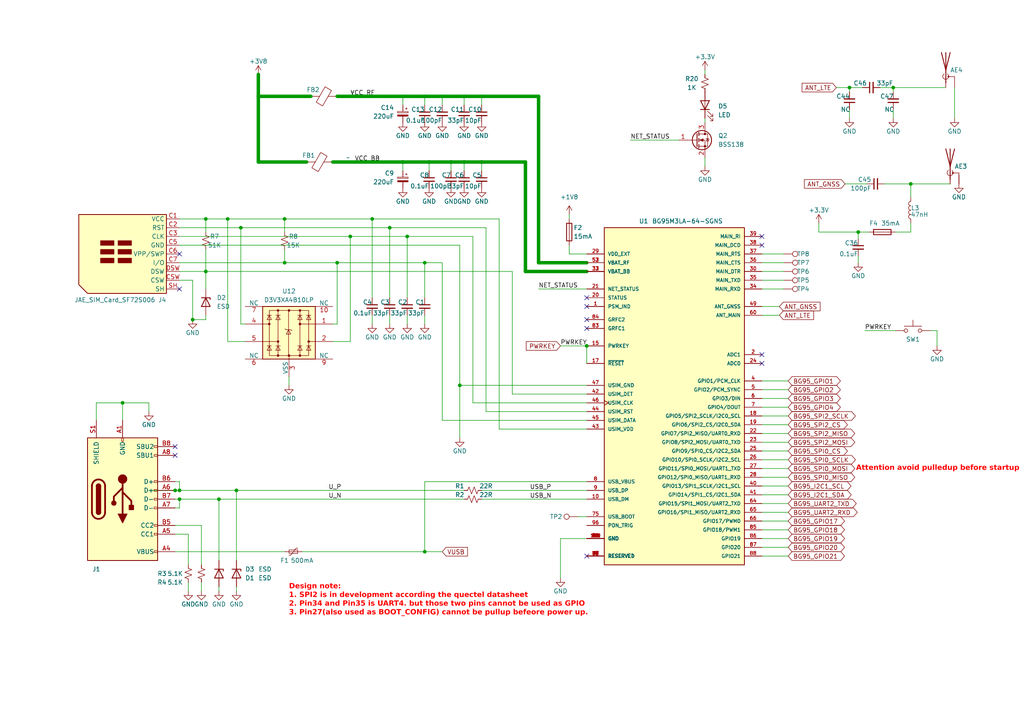
<source format=kicad_sch>
(kicad_sch (version 20230121) (generator eeschema)
  (paper "A4")
  (lib_symbols
    (symbol "C_Small_1" (pin_numbers hide) (pin_names (offset 0.254))
      (property "Reference" "C" (at 0.254 1.778 0))
      (property "Value" "C_Small" (at 0.254 -2.032 0))
      (symbol "C_Small_1_1_1"
        (pin passive line (at 0 2.54 270) (length 2.032) (name "~") (number "1"))
        (pin passive line (at 0 -2.54 90) (length 2.032) (name "~") (number "2"))
      )
    )
    (symbol "Connector:JAE_SIM_Card_SF72S006"
      (property "Reference" "J" (at 5.08 12.7 0))
      (property "Value" "JAE_SIM_Card_SF72S006" (at 30.48 12.7 0))
      (symbol "JAE_SIM_Card_SF72S006_1_1"
        (pin power_in line (at 0 10.16 0) (length 3.81) (name "VCC") (number "C1"))
        (pin input line (at 0 7.62 0) (length 3.81) (name "RST") (number "C2"))
        (pin input line (at 0 5.08 0) (length 3.81) (name "CLK") (number "C3"))
        (pin power_in line (at 0 2.54 0) (length 3.81) (name "GND") (number "C5"))
        (pin bidirectional line (at 0 0 0) (length 3.81) (name "VPP/SWP") (number "C6"))
        (pin bidirectional line (at 0 -2.54 0) (length 3.81) (name "I/O") (number "C7"))
        (pin passive line (at 0 -7.62 0) (length 3.81) (name "CSW") (number "CSW"))
        (pin passive line (at 0 -5.08 0) (length 3.81) (name "DSW") (number "DSW"))
        (pin passive line (at 0 -10.16 0) (length 3.81) (name "SH") (number "SH"))
      )
    )
    (symbol "Connector:TestPoint" (pin_numbers hide) (pin_names (offset 0.762) hide)
      (property "Reference" "TP" (at 0 6.858 0))
      (property "Value" "TestPoint" (at 0 5.08 0))
      (symbol "TestPoint_1_1"
        (pin passive line (at 0 0 90) (length 2.54) (name "1") (number "1"))
      )
    )
    (symbol "Connector:USB_C_Receptacle_USB2.0" (pin_names (offset 1.016))
      (property "Reference" "J" (at -10.16 19.05 0))
      (property "Value" "USB_C_Receptacle_USB2.0" (at 19.05 19.05 0))
      (symbol "USB_C_Receptacle_USB2.0_1_1"
        (pin passive line (at 0 -22.86 90) (length 5.08) (name "GND") (number "A1"))
        (pin passive line (at 0 -22.86 90) (length 5.08) hide (name "GND") (number "A12"))
        (pin passive line (at 15.24 15.24 180) (length 5.08) (name "VBUS") (number "A4"))
        (pin bidirectional line (at 15.24 10.16 180) (length 5.08) (name "CC1") (number "A5"))
        (pin bidirectional line (at 15.24 -2.54 180) (length 5.08) (name "D+") (number "A6"))
        (pin bidirectional line (at 15.24 2.54 180) (length 5.08) (name "D-") (number "A7"))
        (pin bidirectional line (at 15.24 -12.7 180) (length 5.08) (name "SBU1") (number "A8"))
        (pin passive line (at 15.24 15.24 180) (length 5.08) hide (name "VBUS") (number "A9"))
        (pin passive line (at 0 -22.86 90) (length 5.08) hide (name "GND") (number "B1"))
        (pin passive line (at 0 -22.86 90) (length 5.08) hide (name "GND") (number "B12"))
        (pin passive line (at 15.24 15.24 180) (length 5.08) hide (name "VBUS") (number "B4"))
        (pin bidirectional line (at 15.24 7.62 180) (length 5.08) (name "CC2") (number "B5"))
        (pin bidirectional line (at 15.24 -5.08 180) (length 5.08) (name "D+") (number "B6"))
        (pin bidirectional line (at 15.24 0 180) (length 5.08) (name "D-") (number "B7"))
        (pin bidirectional line (at 15.24 -15.24 180) (length 5.08) (name "SBU2") (number "B8"))
        (pin passive line (at 15.24 15.24 180) (length 5.08) hide (name "VBUS") (number "B9"))
        (pin passive line (at -7.62 -22.86 90) (length 5.08) (name "SHIELD") (number "S1"))
      )
    )
    (symbol "Device:Antenna_Shield" (pin_numbers hide) (pin_names (offset 1.016) hide)
      (property "Reference" "AE" (at -1.905 4.445 0))
      (property "Value" "Antenna_Shield" (at -1.905 2.54 0))
      (symbol "Antenna_Shield_1_1"
        (pin input line (at 0 -5.08 90) (length 2.54) (name "A") (number "1"))
        (pin input line (at 2.54 -5.08 90) (length 2.54) (name "Shield") (number "2"))
      )
    )
    (symbol "Device:C_Polarized_Small" (pin_numbers hide) (pin_names (offset 0.254) hide)
      (property "Reference" "C" (at 0.254 1.778 0))
      (property "Value" "C_Polarized_Small" (at 0.254 -2.032 0))
      (symbol "C_Polarized_Small_1_1"
        (pin passive line (at 0 2.54 270) (length 1.8542) (name "~") (number "1"))
        (pin passive line (at 0 -2.54 90) (length 1.8542) (name "~") (number "2"))
      )
    )
    (symbol "Device:C_Small" (pin_numbers hide) (pin_names (offset 0.254) hide)
      (property "Reference" "C" (at 0.254 1.778 0))
      (property "Value" "C_Small" (at 0.254 -2.032 0))
      (symbol "C_Small_1_1"
        (pin passive line (at 0 2.54 270) (length 2.032) (name "~") (number "1"))
        (pin passive line (at 0 -2.54 90) (length 2.032) (name "~") (number "2"))
      )
    )
    (symbol "Device:FerriteBead" (pin_numbers hide) (pin_names (offset 0))
      (property "Reference" "FB" (at -3.81 0.635 90))
      (property "Value" "FerriteBead" (at 3.81 0 90))
      (symbol "FerriteBead_1_1"
        (pin passive line (at 0 3.81 270) (length 2.54) (name "~") (number "1"))
        (pin passive line (at 0 -3.81 90) (length 2.54) (name "~") (number "2"))
      )
    )
    (symbol "Device:Fuse" (pin_numbers hide) (pin_names (offset 0))
      (property "Reference" "F" (at 2.032 0 90))
      (property "Value" "Fuse" (at -1.905 0 90))
      (symbol "Fuse_1_1"
        (pin passive line (at 0 3.81 270) (length 1.27) (name "~") (number "1"))
        (pin passive line (at 0 -3.81 90) (length 1.27) (name "~") (number "2"))
      )
    )
    (symbol "Device:L" (pin_numbers hide) (pin_names (offset 1.016) hide)
      (property "Reference" "L" (at -1.27 0 90))
      (property "Value" "L" (at 1.905 0 90))
      (symbol "L_1_1"
        (pin passive line (at 0 3.81 270) (length 1.27) (name "1") (number "1"))
        (pin passive line (at 0 -3.81 90) (length 1.27) (name "2") (number "2"))
      )
    )
    (symbol "Device:LED" (pin_numbers hide) (pin_names (offset 1.016) hide)
      (property "Reference" "D" (at 0 2.54 0))
      (property "Value" "LED" (at 0 -2.54 0))
      (symbol "LED_1_1"
        (pin passive line (at -3.81 0 0) (length 2.54) (name "K") (number "1"))
        (pin passive line (at 3.81 0 180) (length 2.54) (name "A") (number "2"))
      )
    )
    (symbol "Device:Polyfuse_Small" (pin_numbers hide) (pin_names (offset 0))
      (property "Reference" "F" (at -1.905 0 90))
      (property "Value" "Polyfuse_Small" (at 1.905 0 90))
      (symbol "Polyfuse_Small_1_1"
        (pin passive line (at 0 2.54 270) (length 0.635) (name "~") (number "1"))
        (pin passive line (at 0 -2.54 90) (length 0.635) (name "~") (number "2"))
      )
    )
    (symbol "Device:R_Small_US" (pin_numbers hide) (pin_names (offset 0.254) hide)
      (property "Reference" "R" (at 0.762 0.508 0))
      (property "Value" "R_Small_US" (at 0.762 -1.016 0))
      (symbol "R_Small_US_1_1"
        (pin passive line (at 0 2.54 270) (length 1.016) (name "~") (number "1"))
        (pin passive line (at 0 -2.54 90) (length 1.016) (name "~") (number "2"))
      )
    )
    (symbol "Diode:ESD5Zxx" (pin_numbers hide) (pin_names hide)
      (property "Reference" "D" (at 0 2.54 0))
      (property "Value" "ESD5Zxx" (at 0 -2.54 0))
      (symbol "ESD5Zxx_1_1"
        (pin passive line (at -3.81 0 0) (length 2.54) (name "K") (number "1"))
        (pin passive line (at 3.81 0 180) (length 2.54) (name "A") (number "2"))
      )
    )
    (symbol "Power_Protection:D3V3XA4B10LP" (pin_names (offset 0))
      (property "Reference" "U" (at -0.635 8.89 0))
      (property "Value" "D3V3XA4B10LP" (at 8.89 -10.16 0))
      (symbol "D3V3XA4B10LP_1_1"
        (pin passive line (at -12.7 2.54 0) (length 5.08) (name "~") (number "1"))
        (pin free line (at -12.7 7.62 0) (length 5.08) (name "NC") (number "10"))
        (pin passive line (at -12.7 -2.54 0) (length 5.08) (name "~") (number "2"))
        (pin power_in line (at 0 -12.7 90) (length 5.08) (name "VSS") (number "3"))
        (pin passive line (at 12.7 2.54 180) (length 5.08) (name "~") (number "4"))
        (pin passive line (at 12.7 -2.54 180) (length 5.08) (name "~") (number "5"))
        (pin free line (at 12.7 -7.62 180) (length 5.08) (name "NC") (number "6"))
        (pin free line (at 12.7 7.62 180) (length 5.08) (name "NC") (number "7"))
        (pin passive line (at 0 -12.7 90) (length 5.08) hide (name "VSS") (number "8"))
        (pin free line (at -12.7 -7.62 0) (length 5.08) (name "NC") (number "9"))
      )
    )
    (symbol "Switch:SW_Omron_B3FS" (pin_numbers hide) (pin_names (offset 1.016) hide)
      (property "Reference" "SW" (at 1.27 2.54 0))
      (property "Value" "SW_Omron_B3FS" (at 0 -1.524 0))
      (symbol "SW_Omron_B3FS_0_1"
        (pin passive line (at -5.08 0 0) (length 2.54) (name "1") (number "1"))
        (pin passive line (at 5.08 0 180) (length 2.54) (name "2") (number "2"))
      )
    )
    (symbol "Transistor_FET:BSS138" (pin_names hide)
      (property "Reference" "Q" (at 5.08 1.905 0))
      (property "Value" "BSS138" (at 5.08 0 0))
      (symbol "BSS138_1_1"
        (pin input line (at -5.08 0 0) (length 2.54) (name "G") (number "1"))
        (pin passive line (at 2.54 -5.08 90) (length 2.54) (name "S") (number "2"))
        (pin passive line (at 2.54 5.08 270) (length 2.54) (name "D") (number "3"))
      )
    )
    (symbol "mylib:BG95M3LA-64-SGNS" (pin_names (offset 1.016))
      (property "Reference" "U1" (at -8.89 46.99 0))
      (property "Value" "BG95M3LA-64-SGNS" (at -8.89 44.45 0))
      (symbol "BG95M3LA-64-SGNS_0_0"
        (pin output line (at -25.4 19.05 0) (length 5.08) (name "PSM_IND") (number "1"))
        (pin bidirectional line (at -25.4 -36.83 0) (length 5.08) (name "USB_DM") (number "10"))
        (pin power_in line (at -25.4 -48.26 0) (length 5.08) (name "GND") (number "100"))
        (pin power_in line (at -25.4 -48.26 0) (length 5.08) (name "GND") (number "101"))
        (pin power_in line (at -25.4 -48.26 0) (length 5.08) (name "GND") (number "102"))
        (pin passive line (at -25.4 -53.34 0) (length 5.08) (name "RESERVED") (number "11"))
        (pin passive line (at -25.4 -53.34 0) (length 5.08) (name "RESERVED") (number "12"))
        (pin passive line (at -25.4 -53.34 0) (length 5.08) (name "RESERVED") (number "13"))
        (pin passive line (at -25.4 -53.34 0) (length 5.08) (name "RESERVED") (number "14"))
        (pin input line (at -25.4 7.62 0) (length 5.08) (name "PWRKEY") (number "15"))
        (pin passive line (at -25.4 -53.34 0) (length 5.08) (name "RESERVED") (number "16"))
        (pin input line (at -25.4 2.54 0) (length 5.08) (name "~{RESET}") (number "17"))
        (pin input line (at 25.4 5.08 180) (length 5.08) (name "ADC1") (number "2"))
        (pin output line (at -25.4 21.59 0) (length 5.08) (name "STATUS") (number "20"))
        (pin output line (at -25.4 24.13 0) (length 5.08) (name "NET_STATUS") (number "21"))
        (pin input line (at 25.4 2.54 180) (length 5.08) (name "ADC0") (number "24"))
        (pin power_in line (at -25.4 34.29 0) (length 5.08) (name "VDD_EXT") (number "29"))
        (pin power_in line (at -25.4 -48.26 0) (length 5.08) (name "GND") (number "3"))
        (pin input line (at 25.4 29.21 180) (length 5.08) (name "MAIN_DTR") (number "30"))
        (pin power_in line (at -25.4 -48.26 0) (length 5.08) (name "GND") (number "31"))
        (pin power_in line (at -25.4 29.21 0) (length 5.08) (name "VBAT_BB") (number "32"))
        (pin power_in line (at -25.4 29.21 0) (length 5.08) (name "VBAT_BB") (number "33"))
        (pin input line (at 25.4 24.13 180) (length 5.08) (name "MAIN_RXD") (number "34"))
        (pin output line (at 25.4 26.67 180) (length 5.08) (name "MAIN_TXD") (number "35"))
        (pin output line (at 25.4 31.75 180) (length 5.08) (name "MAIN_CTS") (number "36"))
        (pin input line (at 25.4 34.29 180) (length 5.08) (name "MAIN_RTS") (number "37"))
        (pin output line (at 25.4 36.83 180) (length 5.08) (name "MAIN_DCD") (number "38"))
        (pin output line (at 25.4 39.37 180) (length 5.08) (name "MAIN_RI") (number "39"))
        (pin input line (at -25.4 -6.35 0) (length 5.08) (name "USIM_DET") (number "42"))
        (pin power_in line (at -25.4 -16.51 0) (length 5.08) (name "USIM_VDD") (number "43"))
        (pin output line (at -25.4 -11.43 0) (length 5.08) (name "USIM_RST") (number "44"))
        (pin bidirectional line (at -25.4 -13.97 0) (length 5.08) (name "USIM_DATA") (number "45"))
        (pin output clock (at -25.4 -8.89 0) (length 5.08) (name "USIM_CLK") (number "46"))
        (pin power_in line (at -25.4 -3.81 0) (length 5.08) (name "USIM_GND") (number "47"))
        (pin power_in line (at -25.4 -48.26 0) (length 5.08) (name "GND") (number "48"))
        (pin input line (at 25.4 19.05 180) (length 5.08) (name "ANT_GNSS") (number "49"))
        (pin power_in line (at -25.4 -48.26 0) (length 5.08) (name "GND") (number "50"))
        (pin passive line (at -25.4 -53.34 0) (length 5.08) (name "RESERVED") (number "51"))
        (pin power_in line (at -25.4 31.75 0) (length 5.08) (name "VBAT_RF") (number "52"))
        (pin power_in line (at -25.4 31.75 0) (length 5.08) (name "VBAT_RF") (number "53"))
        (pin power_in line (at -25.4 -48.26 0) (length 5.08) (name "GND") (number "54"))
        (pin power_in line (at -25.4 -48.26 0) (length 5.08) (name "GND") (number "55"))
        (pin passive line (at -25.4 -53.34 0) (length 5.08) (name "RESERVED") (number "56"))
        (pin passive line (at -25.4 -53.34 0) (length 5.08) (name "RESERVED") (number "57"))
        (pin power_in line (at -25.4 -48.26 0) (length 5.08) (name "GND") (number "58"))
        (pin power_in line (at -25.4 -48.26 0) (length 5.08) (name "GND") (number "59"))
        (pin bidirectional line (at 25.4 16.51 180) (length 5.08) (name "ANT_MAIN") (number "60"))
        (pin power_in line (at -25.4 -48.26 0) (length 5.08) (name "GND") (number "61"))
        (pin power_in line (at -25.4 -48.26 0) (length 5.08) (name "GND") (number "62"))
        (pin passive line (at -25.4 -53.34 0) (length 5.08) (name "RESERVED") (number "63"))
        (pin power_in line (at -25.4 -48.26 0) (length 5.08) (name "GND") (number "67"))
        (pin power_in line (at -25.4 -48.26 0) (length 5.08) (name "GND") (number "68"))
        (pin power_in line (at -25.4 -48.26 0) (length 5.08) (name "GND") (number "69"))
        (pin power_in line (at -25.4 -48.26 0) (length 5.08) (name "GND") (number "70"))
        (pin power_in line (at -25.4 -48.26 0) (length 5.08) (name "GND") (number "71"))
        (pin power_in line (at -25.4 -48.26 0) (length 5.08) (name "GND") (number "72"))
        (pin power_in line (at -25.4 -48.26 0) (length 5.08) (name "GND") (number "73"))
        (pin power_in line (at -25.4 -48.26 0) (length 5.08) (name "GND") (number "74"))
        (pin input line (at -25.4 -41.91 0) (length 5.08) (name "USB_BOOT") (number "75"))
        (pin passive line (at -25.4 -53.34 0) (length 5.08) (name "RESERVED") (number "76"))
        (pin passive line (at -25.4 -53.34 0) (length 5.08) (name "RESERVED") (number "77"))
        (pin passive line (at -25.4 -53.34 0) (length 5.08) (name "RESERVED") (number "78"))
        (pin power_in line (at -25.4 -48.26 0) (length 5.08) (name "GND") (number "79"))
        (pin input line (at -25.4 -31.75 0) (length 5.08) (name "USB_VBUS") (number "8"))
        (pin power_in line (at -25.4 -48.26 0) (length 5.08) (name "GND") (number "80"))
        (pin power_in line (at -25.4 -48.26 0) (length 5.08) (name "GND") (number "81"))
        (pin power_in line (at -25.4 -48.26 0) (length 5.08) (name "GND") (number "82"))
        (pin output line (at -25.4 12.7 0) (length 5.08) (name "GRFC1") (number "83"))
        (pin output line (at -25.4 15.24 0) (length 5.08) (name "GRFC2") (number "84"))
        (pin power_in line (at -25.4 -48.26 0) (length 5.08) (name "GND") (number "89"))
        (pin bidirectional line (at -25.4 -34.29 0) (length 5.08) (name "USB_DP") (number "9"))
        (pin power_in line (at -25.4 -48.26 0) (length 5.08) (name "GND") (number "90"))
        (pin power_in line (at -25.4 -48.26 0) (length 5.08) (name "GND") (number "91"))
        (pin passive line (at -25.4 -53.34 0) (length 5.08) (name "RESERVED") (number "92"))
        (pin passive line (at -25.4 -53.34 0) (length 5.08) (name "RESERVED") (number "93"))
        (pin passive line (at -25.4 -53.34 0) (length 5.08) (name "RESERVED") (number "94"))
        (pin passive line (at -25.4 -53.34 0) (length 5.08) (name "RESERVED") (number "95"))
        (pin input line (at -25.4 -44.45 0) (length 5.08) (name "PON_TRIG") (number "96"))
        (pin passive line (at -25.4 -53.34 0) (length 5.08) (name "RESERVED") (number "97"))
        (pin passive line (at -25.4 -53.34 0) (length 5.08) (name "RESERVED") (number "98"))
        (pin passive line (at -25.4 -53.34 0) (length 5.08) (name "RESERVED") (number "99"))
      )
      (symbol "BG95M3LA-64-SGNS_1_0"
        (pin bidirectional line (at 25.4 -12.7 180) (length 5.08) (name "GPIO5/SPI2_SCLK/I2C0_SCL") (number "18"))
        (pin bidirectional line (at 25.4 -15.24 180) (length 5.08) (name "GPIO6/SPI2_CS/I2C0_SDA") (number "19"))
        (pin bidirectional line (at 25.4 -17.78 180) (length 5.08) (name "GPIO7/SPI2_MISO/UART0_RXD") (number "22"))
        (pin bidirectional line (at 25.4 -20.32 180) (length 5.08) (name "GPIO8/SPI2_MOSI/UART0_TXD") (number "23"))
        (pin bidirectional line (at 25.4 -22.86 180) (length 5.08) (name "GPIO9/SPI0_CS/I2C2_SDA") (number "25"))
        (pin bidirectional line (at 25.4 -25.4 180) (length 5.08) (name "GPIO10/SPI0_SCLK/I2C2_SCL") (number "26"))
        (pin bidirectional line (at 25.4 -27.94 180) (length 5.08) (name "GPIO11/SPI0_MOSI/UART1_TXD") (number "27"))
        (pin bidirectional line (at 25.4 -30.48 180) (length 5.08) (name "GPIO12/SPI0_MISO/UART1_RXD") (number "28"))
        (pin bidirectional line (at 25.4 -2.54 180) (length 5.08) (name "GPIO1/PCM_CLK") (number "4"))
        (pin bidirectional line (at 25.4 -33.02 180) (length 5.08) (name "GPIO13/SPI1_SCLK/I2C1_SCL") (number "40"))
        (pin bidirectional line (at 25.4 -35.56 180) (length 5.08) (name "GPIO14/SPI1_CS/I2C1_SDA") (number "41"))
        (pin bidirectional line (at 25.4 -5.08 180) (length 5.08) (name "GPIO2/PCM_SYNC") (number "5"))
        (pin bidirectional line (at 25.4 -7.62 180) (length 5.08) (name "GPIO3/DIN") (number "6"))
        (pin bidirectional line (at 25.4 -38.1 180) (length 5.08) (name "GPIO15/SPI1_MOSI/UART2_TXD") (number "64"))
        (pin bidirectional line (at 25.4 -40.64 180) (length 5.08) (name "GPIO16/SPI1_MISO/UART2_RXD") (number "65"))
        (pin bidirectional line (at 25.4 -43.18 180) (length 5.08) (name "GPIO17/PWM0") (number "66"))
        (pin bidirectional line (at 25.4 -10.16 180) (length 5.08) (name "GPIO4/DOUT") (number "7"))
        (pin bidirectional line (at 25.4 -45.72 180) (length 5.08) (name "GPIO18/PWM1") (number "85"))
        (pin bidirectional line (at 25.4 -48.26 180) (length 5.08) (name "GPIO19") (number "86"))
        (pin bidirectional line (at 25.4 -50.8 180) (length 5.08) (name "GPIO20") (number "87"))
        (pin bidirectional line (at 25.4 -53.34 180) (length 5.08) (name "GPIO21") (number "88"))
      )
    )
    (symbol "power:+1V8" (power) (pin_names (offset 0))
      (property "Value" "+1V8" (at 0 3.556 0))
      (symbol "+1V8_1_1"
        (pin power_in line (at 0 0 90) (length 0) hide (name "+1V8") (number "1"))
      )
    )
    (symbol "power:+3.3V" (power) (pin_names (offset 0))
      (property "Value" "+3.3V" (at 0 3.556 0))
      (symbol "+3.3V_1_1"
        (pin power_in line (at 0 0 90) (length 0) hide (name "+3.3V") (number "1"))
      )
    )
    (symbol "power:+3V8" (power) (pin_names (offset 0))
      (property "Value" "+3V8" (at 0 3.556 0))
      (symbol "+3V8_1_1"
        (pin power_in line (at 0 0 90) (length 0) hide (name "+3V8") (number "1"))
      )
    )
    (symbol "power:GND" (power) (pin_names (offset 0))
      (property "Value" "GND" (at 0 -3.81 0))
      (symbol "GND_1_1"
        (pin power_in line (at 0 0 270) (length 0) hide (name "GND") (number "1"))
      )
    )
  )
  (junction (at 134.62 27.94))
  (junction (at 139.7 46.99))
  (junction (at 139.7 27.94))
  (junction (at 69.85 66.04))
  (junction (at 123.19 160.02))
  (junction (at 101.6 68.58))
  (junction (at 59.69 78.74))
  (junction (at 123.19 27.94))
  (junction (at 134.62 46.99))
  (junction (at 35.56 116.84))
  (junction (at 97.79 76.2))
  (junction (at 259.08 25.4))
  (junction (at 74.93 27.94))
  (junction (at 107.95 63.5))
  (junction (at 66.04 63.5))
  (junction (at 124.46 46.99))
  (junction (at 52.07 144.78))
  (junction (at 59.69 63.5))
  (junction (at 116.84 27.94))
  (junction (at 50.8 142.24))
  (junction (at 116.84 46.99))
  (junction (at 248.92 67.31))
  (junction (at 68.58 142.24))
  (junction (at 133.35 111.76))
  (junction (at 55.88 92.71))
  (junction (at 82.55 63.5))
  (junction (at 130.81 46.99))
  (junction (at 113.03 66.04))
  (junction (at 170.18 100.33))
  (junction (at 264.16 53.34))
  (junction (at 63.5 144.78))
  (junction (at 246.38 25.4))
  (junction (at 118.11 68.58))
  (junction (at 123.19 76.2))
  (junction (at 52.07 142.24))
  (junction (at 82.55 76.2))
  (junction (at 128.27 27.94))
  (no_connect (at 50.8 132.08))
  (no_connect (at 50.8 129.54))
  (no_connect (at 52.07 83.82))
  (no_connect (at 170.18 95.25))
  (no_connect (at 220.98 68.58))
  (no_connect (at 170.18 92.71))
  (no_connect (at 220.98 102.87))
  (no_connect (at 220.98 105.41))
  (no_connect (at 170.18 88.9))
  (no_connect (at 52.07 73.66))
  (no_connect (at 170.18 86.36))
  (no_connect (at 170.18 161.29))
  (no_connect (at 220.98 71.12))
  (wire (pts (xy 220.98 125.73) (xy 228.6 125.73)))
  (wire (pts (xy 59.69 63.5) (xy 59.69 67.31)))
  (wire (pts (xy 50.8 144.78) (xy 52.07 144.78)))
  (wire (pts (xy 134.62 46.99) (xy 134.62 49.53)))
  (wire (pts (xy 107.95 91.44) (xy 107.95 93.98)))
  (wire (pts (xy 113.03 91.44) (xy 113.03 93.98)))
  (wire (pts (xy 50.8 152.4) (xy 58.42 152.4)))
  (wire (pts (xy 220.98 115.57) (xy 228.6 115.57)))
  (wire (pts (xy 113.03 66.04) (xy 140.97 66.04)))
  (wire (pts (xy 227.33 76.2) (xy 220.98 76.2)))
  (wire (pts (xy 220.98 151.13) (xy 228.6 151.13)))
  (wire (pts (xy 250.825 95.885) (xy 259.715 95.885)))
  (wire (pts (xy 82.55 63.5) (xy 82.55 67.31)))
  (wire (pts (xy 82.55 72.39) (xy 82.55 76.2)))
  (wire (pts (xy 71.12 93.98) (xy 69.85 93.98)))
  (wire (pts (xy 237.49 67.31) (xy 248.92 67.31)))
  (wire (pts (xy 204.47 48.26) (xy 204.47 45.72)))
  (wire (pts (xy 204.47 20.32) (xy 204.47 21.59)))
  (wire (pts (xy 52.07 71.12) (xy 133.35 71.12)))
  (wire (pts (xy 248.92 67.31) (xy 248.92 69.215)))
  (wire (pts (xy 52.07 68.58) (xy 101.6 68.58)))
  (wire (pts (xy 52.07 66.04) (xy 69.85 66.04)))
  (wire (pts (xy 35.56 116.84) (xy 35.56 121.92)))
  (wire (pts (xy 227.33 83.82) (xy 220.98 83.82)))
  (wire (pts (xy 124.46 46.99) (xy 124.46 49.53)))
  (wire (pts (xy 128.27 27.94) (xy 123.19 27.94)) (stroke (width 1)))
  (wire (pts (xy 133.35 111.76) (xy 133.35 127)))
  (wire (pts (xy 139.7 46.99) (xy 152.4 46.99)) (stroke (width 1)))
  (wire (pts (xy 55.88 81.28) (xy 55.88 92.71)))
  (wire (pts (xy 148.59 78.74) (xy 59.69 78.74)))
  (wire (pts (xy 242.57 25.4) (xy 246.38 25.4)))
  (wire (pts (xy 123.19 76.2) (xy 128.27 76.2)))
  (wire (pts (xy 83.82 111.76) (xy 83.82 109.22)))
  (wire (pts (xy 220.98 128.27) (xy 228.6 128.27)))
  (wire (pts (xy 134.62 27.94) (xy 134.62 30.48)))
  (wire (pts (xy 220.98 138.43) (xy 228.6 138.43)))
  (wire (pts (xy 128.27 76.2) (xy 128.27 121.92)))
  (wire (pts (xy 63.5 144.78) (xy 63.5 162.56)))
  (wire (pts (xy 256.54 53.34) (xy 264.16 53.34)))
  (wire (pts (xy 204.47 34.29) (xy 204.47 35.56)))
  (wire (pts (xy 27.94 121.92) (xy 27.94 116.84)))
  (wire (pts (xy 139.7 27.94) (xy 134.62 27.94)) (stroke (width 1)))
  (wire (pts (xy 128.27 27.94) (xy 128.27 30.48)))
  (wire (pts (xy 133.35 71.12) (xy 133.35 111.76)))
  (wire (pts (xy 220.98 156.21) (xy 228.6 156.21)))
  (wire (pts (xy 156.21 76.2) (xy 170.18 76.2)) (stroke (width 1)))
  (wire (pts (xy 123.19 86.36) (xy 123.19 76.2)))
  (wire (pts (xy 43.18 142.24) (xy 50.8 142.24)))
  (wire (pts (xy 220.98 130.81) (xy 228.6 130.81)))
  (wire (pts (xy 54.61 171.45) (xy 54.61 168.91)))
  (wire (pts (xy 116.84 27.94) (xy 97.79 27.94)) (stroke (width 1)))
  (wire (pts (xy 162.56 156.21) (xy 162.56 167.64)))
  (wire (pts (xy 220.98 161.29) (xy 228.6 161.29)))
  (wire (pts (xy 165.1 62.23) (xy 165.1 63.5)))
  (wire (pts (xy 59.69 78.74) (xy 52.07 78.74)))
  (wire (pts (xy 123.19 27.94) (xy 123.19 30.48)))
  (wire (pts (xy 246.38 25.4) (xy 246.38 26.67)))
  (wire (pts (xy 220.98 118.11) (xy 228.6 118.11)))
  (wire (pts (xy 52.07 76.2) (xy 82.55 76.2)))
  (wire (pts (xy 152.4 78.74) (xy 152.4 46.99)) (stroke (width 1)))
  (wire (pts (xy 170.18 73.66) (xy 165.1 73.66)))
  (wire (pts (xy 54.61 163.83) (xy 54.61 154.94)))
  (wire (pts (xy 52.07 142.24) (xy 68.58 142.24)))
  (wire (pts (xy 220.98 148.59) (xy 228.6 148.59)))
  (wire (pts (xy 116.84 46.99) (xy 116.84 49.53)))
  (wire (pts (xy 248.92 67.31) (xy 252.095 67.31)))
  (wire (pts (xy 74.93 27.94) (xy 74.93 46.99)) (stroke (width 1)))
  (wire (pts (xy 74.93 21.59) (xy 74.93 27.94)) (stroke (width 1)))
  (wire (pts (xy 167.64 149.86) (xy 170.18 149.86)))
  (wire (pts (xy 50.8 147.32) (xy 52.07 147.32)))
  (wire (pts (xy 96.52 99.06) (xy 101.6 99.06)))
  (wire (pts (xy 68.58 142.24) (xy 68.58 162.56)))
  (wire (pts (xy 140.97 66.04) (xy 140.97 119.38)))
  (wire (pts (xy 118.11 68.58) (xy 137.16 68.58)))
  (wire (pts (xy 246.38 34.29) (xy 246.38 31.75)))
  (wire (pts (xy 113.03 86.36) (xy 113.03 66.04)))
  (wire (pts (xy 220.98 153.67) (xy 228.6 153.67)))
  (wire (pts (xy 220.98 146.05) (xy 228.6 146.05)))
  (wire (pts (xy 165.1 71.12) (xy 165.1 73.66)))
  (wire (pts (xy 52.07 139.7) (xy 52.07 142.24)))
  (wire (pts (xy 116.84 46.99) (xy 124.46 46.99)) (stroke (width 1)))
  (wire (pts (xy 68.58 142.24) (xy 134.62 142.24)))
  (wire (pts (xy 220.98 158.75) (xy 228.6 158.75)))
  (wire (pts (xy 123.19 139.7) (xy 170.18 139.7)))
  (wire (pts (xy 162.56 156.21) (xy 170.18 156.21)))
  (wire (pts (xy 50.8 160.02) (xy 82.55 160.02)))
  (wire (pts (xy 137.16 116.84) (xy 170.18 116.84)))
  (wire (pts (xy 248.92 74.295) (xy 248.92 76.2)))
  (wire (pts (xy 52.07 147.32) (xy 52.07 144.78)))
  (wire (pts (xy 148.59 114.3) (xy 148.59 78.74)))
  (wire (pts (xy 59.69 92.71) (xy 55.88 92.71)))
  (wire (pts (xy 116.84 27.94) (xy 116.84 30.48)))
  (wire (pts (xy 276.86 25.4) (xy 276.86 34.29)))
  (wire (pts (xy 264.16 67.31) (xy 259.715 67.31)))
  (wire (pts (xy 139.7 144.78) (xy 170.18 144.78)))
  (wire (pts (xy 170.18 100.33) (xy 170.18 105.41)))
  (wire (pts (xy 139.7 27.94) (xy 139.7 30.48)))
  (wire (pts (xy 130.81 46.99) (xy 134.62 46.99)) (stroke (width 1)))
  (wire (pts (xy 156.21 83.82) (xy 170.18 83.82)))
  (wire (pts (xy 259.08 25.4) (xy 274.32 25.4)))
  (wire (pts (xy 255.27 25.4) (xy 259.08 25.4)))
  (wire (pts (xy 264.16 53.34) (xy 264.16 57.15)))
  (wire (pts (xy 182.88 40.64) (xy 196.85 40.64)))
  (wire (pts (xy 220.98 110.49) (xy 228.6 110.49)))
  (wire (pts (xy 124.46 46.99) (xy 130.81 46.99)) (stroke (width 1)))
  (wire (pts (xy 107.95 63.5) (xy 144.78 63.5)))
  (wire (pts (xy 137.16 68.58) (xy 137.16 116.84)))
  (wire (pts (xy 220.98 113.03) (xy 228.6 113.03)))
  (wire (pts (xy 118.11 68.58) (xy 118.11 86.36)))
  (wire (pts (xy 148.59 114.3) (xy 170.18 114.3)))
  (wire (pts (xy 264.16 53.34) (xy 275.59 53.34)))
  (wire (pts (xy 220.98 123.19) (xy 228.6 123.19)))
  (wire (pts (xy 227.33 78.74) (xy 220.98 78.74)))
  (wire (pts (xy 156.21 76.2) (xy 156.21 27.94)) (stroke (width 1)))
  (wire (pts (xy 220.98 133.35) (xy 228.6 133.35)))
  (wire (pts (xy 50.8 142.24) (xy 52.07 142.24)))
  (wire (pts (xy 97.79 76.2) (xy 123.19 76.2)))
  (wire (pts (xy 123.19 160.02) (xy 128.27 160.02)))
  (wire (pts (xy 134.62 46.99) (xy 139.7 46.99)) (stroke (width 1)))
  (wire (pts (xy 35.56 116.84) (xy 43.18 116.84)))
  (wire (pts (xy 96.52 93.98) (xy 97.79 93.98)))
  (wire (pts (xy 58.42 152.4) (xy 58.42 163.83)))
  (wire (pts (xy 69.85 66.04) (xy 113.03 66.04)))
  (wire (pts (xy 82.55 63.5) (xy 107.95 63.5)))
  (wire (pts (xy 220.98 88.9) (xy 226.06 88.9)))
  (wire (pts (xy 162.56 100.33) (xy 170.18 100.33)))
  (wire (pts (xy 54.61 154.94) (xy 50.8 154.94)))
  (wire (pts (xy 139.7 46.99) (xy 139.7 49.53)))
  (wire (pts (xy 140.97 119.38) (xy 170.18 119.38)))
  (wire (pts (xy 68.58 171.45) (xy 68.58 170.18)))
  (wire (pts (xy 128.27 121.92) (xy 170.18 121.92)))
  (wire (pts (xy 27.94 116.84) (xy 35.56 116.84)))
  (wire (pts (xy 123.19 91.44) (xy 123.19 93.98)))
  (wire (pts (xy 71.12 99.06) (xy 66.04 99.06)))
  (wire (pts (xy 101.6 99.06) (xy 101.6 68.58)))
  (wire (pts (xy 271.78 95.885) (xy 271.78 100.33)))
  (wire (pts (xy 52.07 63.5) (xy 59.69 63.5)))
  (wire (pts (xy 220.98 91.44) (xy 226.06 91.44)))
  (wire (pts (xy 59.69 91.44) (xy 59.69 92.71)))
  (wire (pts (xy 59.69 63.5) (xy 66.04 63.5)))
  (wire (pts (xy 101.6 68.58) (xy 118.11 68.58)))
  (wire (pts (xy 144.78 63.5) (xy 144.78 124.46)))
  (wire (pts (xy 245.11 53.34) (xy 251.46 53.34)))
  (wire (pts (xy 118.11 91.44) (xy 118.11 93.98)))
  (wire (pts (xy 220.98 120.65) (xy 228.6 120.65)))
  (wire (pts (xy 69.85 66.04) (xy 69.85 93.98)))
  (wire (pts (xy 87.63 160.02) (xy 123.19 160.02)))
  (wire (pts (xy 259.08 25.4) (xy 259.08 26.67)))
  (wire (pts (xy 227.33 81.28) (xy 220.98 81.28)))
  (wire (pts (xy 156.21 27.94) (xy 139.7 27.94)) (stroke (width 1)))
  (wire (pts (xy 220.98 140.97) (xy 228.6 140.97)))
  (wire (pts (xy 63.5 144.78) (xy 134.62 144.78)))
  (wire (pts (xy 82.55 76.2) (xy 97.79 76.2)))
  (wire (pts (xy 246.38 25.4) (xy 250.19 25.4)))
  (wire (pts (xy 50.8 139.7) (xy 52.07 139.7)))
  (wire (pts (xy 97.79 76.2) (xy 97.79 93.98)))
  (wire (pts (xy 66.04 99.06) (xy 66.04 63.5)))
  (wire (pts (xy 63.5 171.45) (xy 63.5 170.18)))
  (wire (pts (xy 259.08 34.29) (xy 259.08 31.75)))
  (wire (pts (xy 133.35 111.76) (xy 170.18 111.76)))
  (wire (pts (xy 58.42 171.45) (xy 58.42 168.91)))
  (wire (pts (xy 52.07 144.78) (xy 63.5 144.78)))
  (wire (pts (xy 227.33 73.66) (xy 220.98 73.66)))
  (wire (pts (xy 96.52 46.99) (xy 116.84 46.99)) (stroke (width 1)))
  (wire (pts (xy 237.49 64.77) (xy 237.49 67.31)))
  (wire (pts (xy 264.16 64.77) (xy 264.16 67.31)))
  (wire (pts (xy 59.69 78.74) (xy 59.69 83.82)))
  (wire (pts (xy 52.07 81.28) (xy 55.88 81.28)))
  (wire (pts (xy 134.62 27.94) (xy 128.27 27.94)) (stroke (width 1)))
  (wire (pts (xy 107.95 63.5) (xy 107.95 86.36)))
  (wire (pts (xy 220.98 143.51) (xy 228.6 143.51)))
  (wire (pts (xy 220.98 135.89) (xy 228.6 135.89)))
  (wire (pts (xy 123.19 160.02) (xy 123.19 139.7)))
  (wire (pts (xy 74.93 27.94) (xy 90.17 27.94)) (stroke (width 1)))
  (wire (pts (xy 43.18 116.84) (xy 43.18 119.38)))
  (wire (pts (xy 66.04 63.5) (xy 82.55 63.5)))
  (wire (pts (xy 269.875 95.885) (xy 271.78 95.885)))
  (wire (pts (xy 170.18 78.74) (xy 152.4 78.74)) (stroke (width 1)))
  (wire (pts (xy 144.78 124.46) (xy 170.18 124.46)))
  (wire (pts (xy 59.69 72.39) (xy 59.69 78.74)))
  (wire (pts (xy 74.93 46.99) (xy 88.9 46.99)) (stroke (width 1)))
  (wire (pts (xy 130.81 46.99) (xy 130.81 49.53)))
  (wire (pts (xy 123.19 27.94) (xy 116.84 27.94)) (stroke (width 1)))
  (wire (pts (xy 139.7 142.24) (xy 170.18 142.24)))
  (text "Attention avoid pulledup before startup" (at 248.285 137.16 0) (effects (font (size 1.5 1.5) (thickness 0.254) bold) (justify left bottom)))
  (text "Design note:\n1. SPI2 is in development according the quectel datasheet\n2. Pin34 and Pin35 is UART4. but those two pins cannot be used as GPIO\n3. Pin27(also used as BOOT_CONFIG) cannot be pullup befeore power up." (at 83.82 179.07 0) (effects (font (size 1.5 1.5) (thickness 0.3) bold) (justify left bottom)))
  (label "U_N" (at 95.25 144.78 0))
  (label "PWRKEY" (at 250.825 95.885 0))
  (label "VCC_RF" (at 101.6 27.94 0))
  (label "USB_N" (at 153.67 144.78 0))
  (label "USB_P" (at 153.67 142.24 0))
  (label "NET_STATUS" (at 156.21 83.82 0))
  (label "PWRKEY" (at 162.56 100.33 0))
  (label "VCC_BB" (at 102.87 46.99 0))
  (label "NET_STATUS" (at 182.88 40.64 0))
  (label "U_P" (at 95.25 142.24 0))
  (global_label "ANT_GNSS" (shape input) (at 245.11 53.34 180) (property "Intersheetrefs" "${INTERSHEET_REFS}" (effects hide)))
  (global_label "BG95_GPIO17" (shape bidirectional) (at 228.6 151.13 0) (property "Intersheetrefs" "${INTERSHEET_REFS}" (effects hide)))
  (global_label "BG95_SPI2_MISO" (shape bidirectional) (at 228.6 125.73 0) (property "Intersheetrefs" "${INTERSHEET_REFS}" (effects hide)))
  (global_label "BG95_GPIO2" (shape bidirectional) (at 228.6 113.03 0) (property "Intersheetrefs" "${INTERSHEET_REFS}" (effects hide)))
  (global_label "BG95_GPIO20" (shape bidirectional) (at 228.6 158.75 0) (property "Intersheetrefs" "${INTERSHEET_REFS}" (effects hide)))
  (global_label "BG95_GPIO1" (shape bidirectional) (at 228.6 110.49 0) (property "Intersheetrefs" "${INTERSHEET_REFS}" (effects hide)))
  (global_label "BG95_SPI0_MOSI" (shape bidirectional) (at 228.6 135.89 0) (property "Intersheetrefs" "${INTERSHEET_REFS}" (effects hide)))
  (global_label "BG95_GPIO4" (shape bidirectional) (at 228.6 118.11 0) (property "Intersheetrefs" "${INTERSHEET_REFS}" (effects hide)))
  (global_label "VUSB" (shape input) (at 128.27 160.02 0) (property "Intersheetrefs" "${INTERSHEET_REFS}" (effects hide)))
  (global_label "BG95_SPI2_CS" (shape bidirectional) (at 228.6 123.19 0) (property "Intersheetrefs" "${INTERSHEET_REFS}" (effects hide)))
  (global_label "BG95_GPIO18" (shape bidirectional) (at 228.6 153.67 0) (property "Intersheetrefs" "${INTERSHEET_REFS}" (effects hide)))
  (global_label "BG95_SPI0_MISO" (shape bidirectional) (at 228.6 138.43 0) (property "Intersheetrefs" "${INTERSHEET_REFS}" (effects hide)))
  (global_label "BG95_SPI2_MOSI" (shape bidirectional) (at 228.6 128.27 0) (property "Intersheetrefs" "${INTERSHEET_REFS}" (effects hide)))
  (global_label "BG95_SPI0_CS" (shape bidirectional) (at 228.6 130.81 0) (property "Intersheetrefs" "${INTERSHEET_REFS}" (effects hide)))
  (global_label "ANT_LTE" (shape input) (at 226.06 91.44 0) (property "Intersheetrefs" "${INTERSHEET_REFS}" (effects hide)))
  (global_label "BG95_GPIO3" (shape bidirectional) (at 228.6 115.57 0) (property "Intersheetrefs" "${INTERSHEET_REFS}" (effects hide)))
  (global_label "BG95_SPI0_SCLK" (shape bidirectional) (at 228.6 133.35 0) (property "Intersheetrefs" "${INTERSHEET_REFS}" (effects hide)))
  (global_label "BG95_I2C1_SDA" (shape bidirectional) (at 228.6 143.51 0) (property "Intersheetrefs" "${INTERSHEET_REFS}" (effects hide)))
  (global_label "ANT_LTE" (shape input) (at 242.57 25.4 180) (property "Intersheetrefs" "${INTERSHEET_REFS}" (effects hide)))
  (global_label "BG95_SPI2_SCLK" (shape bidirectional) (at 228.6 120.65 0) (property "Intersheetrefs" "${INTERSHEET_REFS}" (effects hide)))
  (global_label "BG95_UART2_RXD" (shape bidirectional) (at 228.6 148.59 0) (property "Intersheetrefs" "${INTERSHEET_REFS}" (effects hide)))
  (global_label "BG95_I2C1_SCL" (shape bidirectional) (at 228.6 140.97 0) (property "Intersheetrefs" "${INTERSHEET_REFS}" (effects hide)))
  (global_label "BG95_UART2_TXD" (shape bidirectional) (at 228.6 146.05 0) (property "Intersheetrefs" "${INTERSHEET_REFS}" (effects hide)))
  (global_label "BG95_GPIO21" (shape bidirectional) (at 228.6 161.29 0) (property "Intersheetrefs" "${INTERSHEET_REFS}" (effects hide)))
  (global_label "BG95_GPIO19" (shape bidirectional) (at 228.6 156.21 0) (property "Intersheetrefs" "${INTERSHEET_REFS}" (effects hide)))
  (global_label "PWRKEY" (shape input) (at 162.56 100.33 180) (property "Intersheetrefs" "${INTERSHEET_REFS}" (effects hide)))
  (global_label "ANT_GNSS" (shape input) (at 226.06 88.9 0) (property "Intersheetrefs" "${INTERSHEET_REFS}" (effects hide)))
  (symbol (lib_id "power:GND") (at 54.61 171.45 0) (unit 1)
    (property "Reference" "#PWR01" (effects hide))
    (property "Value" "GND" (at 54.61 175.26 0))
  )
  (symbol (lib_id "Connector:TestPoint") (at 227.33 73.66 270) (unit 1)
    (property "Reference" "TP8" (at 231.14 73.66 90) (effects (justify left)))
    (property "Value" "TestPoint" (effects hide))
    (property "Footprint" "TestPoint:TestPoint_Pad_D1.0mm" (effects hide))
  )
  (symbol (lib_id "Device:C_Small") (at 254 53.34 90) (mirror x) (unit 1)
    (property "Reference" "C45" (at 252.73 52.07 90) (effects (justify left)))
    (property "Value" "100pF" (at 252.73 54.61 90) (effects (justify left)))
    (property "Footprint" "Capacitor_SMD:C_0201_0603Metric" (effects hide))
  )
  (symbol (lib_id "Device:R_Small_US") (at 54.61 166.37 180) (unit 1)
    (property "Reference" "R3" (at 46.99 166.37 0))
    (property "Value" "5.1K" (at 50.8 166.37 0))
    (property "Footprint" "Resistor_SMD:R_0402_1005Metric" (effects hide))
  )
  (symbol (lib_id "Device:C_Small") (at 113.03 88.9 0) (mirror y) (unit 1)
    (property "Reference" "C3" (at 113.03 87.63 0) (effects (justify left)))
    (property "Value" "33pF" (at 113.03 90.805 0) (effects (justify left)))
    (property "Footprint" "Capacitor_SMD:C_0402_1005Metric" (effects hide))
  )
  (symbol (lib_id "power:GND") (at 162.56 167.64 0) (unit 1)
    (property "Reference" "#PWR03" (effects hide))
    (property "Value" "GND" (at 162.56 171.45 0))
  )
  (symbol (lib_id "power:GND") (at 246.38 34.29 0) (mirror y) (unit 1)
    (property "Reference" "#PWR084" (effects hide))
    (property "Value" "GND" (at 246.38 38.1 0))
  )
  (symbol (lib_id "Connector:USB_C_Receptacle_USB2.0") (at 35.56 144.78 0) (mirror x) (unit 1)
    (property "Reference" "J1" (at 27.94 165.1 0))
    (property "Value" "USB_C_Receptacle_USB2.0" (effects hide))
    (property "Footprint" "Connector_USB:USB_C_Receptacle_HRO_TYPE-C-31-M-12" (effects hide))
    (property "Datasheet" "https://www.usb.org/sites/default/files/documents/usb_type-c.zip" (effects hide))
  )
  (symbol (lib_id "Power_Protection:D3V3XA4B10LP") (at 83.82 96.52 0) (mirror y) (unit 1)
    (property "Reference" "U12" (at 83.82 84.455 0))
    (property "Value" "D3V3XA4B10LP" (at 83.82 86.995 0))
    (property "Footprint" "Package_DFN_QFN:Diodes_UDFN-10_1.0x2.5mm_P0.5mm" (effects hide))
    (property "Datasheet" "https://www.diodes.com/assets/Datasheets/D3V3XA4B10LP.pdf" (effects hide))
  )
  (symbol (lib_id "mylib:BG95M3LA-64-SGNS") (at 195.58 107.95 0) (unit 1)
    (property "Reference" "U1" (at 186.69 64.135 0))
    (property "Value" "BG95M3LA-64-SGNS" (at 199.39 64.135 0))
    (property "Footprint" "myfootprintlib:XCVR_BG95M3LA-64-SGNS" (effects hide))
    (property "MF" "Quectel Wireless Solutions Co., Ltd" (effects hide))
    (property "Purchase-URL" "https://pricing.snapeda.com/search/part/BG95M3LA-64-SGNS/?ref=eda" (effects hide))
    (property "Package" "Custom Quectel" (effects hide))
    (property "Price" "None" (effects hide))
    (property "Check_prices" "https://www.snapeda.com/parts/BG95M3LA-64-SGNS/Quectel/view-part/?ref=eda" (effects hide))
    (property "SnapEDA_Link" "https://www.snapeda.com/parts/BG95M3LA-64-SGNS/Quectel/view-part/?ref=snap" (effects hide))
    (property "MP" "BG95M3LA-64-SGNS" (effects hide))
    (property "Availability" "In Stock" (effects hide))
    (property "Description" "\nQuectel BG95 Series LTE Cat M1/ Cat NB2/ EGPRS Module\n" (effects hide))
  )
  (symbol (lib_id "power:GND") (at 128.27 35.56 0) (mirror y) (unit 1)
    (property "Reference" "#PWR020" (effects hide))
    (property "Value" "GND" (at 128.27 39.37 0))
  )
  (symbol (lib_id "power:GND") (at 43.18 119.38 0) (unit 1)
    (property "Reference" "#PWR023" (effects hide))
    (property "Value" "GND" (at 43.18 123.19 0))
  )
  (symbol (lib_id "power:GND") (at 139.7 54.61 0) (mirror y) (unit 1)
    (property "Reference" "#PWR013" (effects hide))
    (property "Value" "GND" (at 139.7 58.42 0))
  )
  (symbol (lib_id "power:GND") (at 63.5 171.45 0) (unit 1)
    (property "Reference" "#PWR04" (effects hide))
    (property "Value" "GND" (at 63.5 175.26 0))
  )
  (symbol (lib_id "Connector:TestPoint") (at 227.33 81.28 270) (unit 1)
    (property "Reference" "TP5" (at 231.14 81.28 90) (effects (justify left)))
    (property "Value" "TestPoint" (effects hide))
    (property "Footprint" "TestPoint:TestPoint_Pad_D1.0mm" (effects hide))
  )
  (symbol (lib_id "Device:C_Small") (at 246.38 29.21 0) (mirror x) (unit 1)
    (property "Reference" "C44" (at 242.57 27.94 0) (effects (justify left)))
    (property "Value" "NC" (at 243.84 31.75 0) (effects (justify left)))
    (property "Footprint" "Capacitor_SMD:C_0201_0603Metric" (effects hide))
  )
  (symbol (lib_id "power:GND") (at 271.78 100.33 0) (unit 1)
    (property "Reference" "#PWR082" (effects hide))
    (property "Value" "GND" (at 271.78 104.14 0))
  )
  (symbol (lib_id "Device:Fuse") (at 165.1 67.31 0) (unit 1)
    (property "Reference" "F2" (at 166.37 66.04 0) (effects (justify left)))
    (property "Value" "15mA" (at 166.37 68.58 0) (effects (justify left)))
    (property "Footprint" "Fuse:Fuse_0402_1005Metric" (effects hide))
  )
  (symbol (lib_id "power:GND") (at 248.92 76.2 0) (unit 1)
    (property "Reference" "#PWR080" (effects hide))
    (property "Value" "GND" (at 248.92 80.01 0))
  )
  (symbol (lib_id "Device:LED") (at 204.47 30.48 90) (unit 1)
    (property "Reference" "D5" (at 208.28 30.7975 90) (effects (justify right)))
    (property "Value" "LED" (at 208.28 33.3375 90) (effects (justify right)))
    (property "Footprint" "LED_SMD:LED_0603_1608Metric" (effects hide))
  )
  (symbol (lib_id "Device:Antenna_Shield") (at 275.59 48.26 0) (unit 1)
    (property "Reference" "AE3" (at 276.86 48.26 0) (effects (justify left)))
    (property "Value" "Antenna_Shield" (effects hide))
    (property "Footprint" "Connector_Coaxial:U.FL_Hirose_U.FL-R-SMT-1_Vertical" (effects hide))
  )
  (symbol (lib_id "Device:C_Small") (at 124.46 52.07 0) (mirror y) (unit 1)
    (property "Reference" "C8" (at 124.46 50.8 0) (effects (justify left)))
    (property "Value" "0.1uF" (at 124.46 53.975 0) (effects (justify left)))
    (property "Footprint" "Capacitor_SMD:C_0402_1005Metric" (effects hide))
  )
  (symbol (lib_id "power:GND") (at 130.81 54.61 0) (mirror y) (unit 1)
    (property "Reference" "#PWR015" (effects hide))
    (property "Value" "GND" (at 130.81 58.42 0))
  )
  (symbol (lib_id "Transistor_FET:BSS138") (at 201.93 40.64 0) (unit 1)
    (property "Reference" "Q2" (at 208.28 39.37 0) (effects (justify left)))
    (property "Value" "BSS138" (at 208.28 41.91 0) (effects (justify left)))
    (property "Footprint" "Package_TO_SOT_SMD:SOT-523" (effects hide))
    (property "Datasheet" "https://www.onsemi.com/pub/Collateral/BSS138-D.PDF" (effects hide))
  )
  (symbol (lib_id "power:GND") (at 134.62 35.56 0) (mirror y) (unit 1)
    (property "Reference" "#PWR019" (effects hide))
    (property "Value" "GND" (at 134.62 39.37 0))
  )
  (symbol (lib_id "Device:C_Small") (at 259.08 29.21 0) (mirror x) (unit 1)
    (property "Reference" "C47" (at 255.27 27.94 0) (effects (justify left)))
    (property "Value" "NC" (at 256.54 31.75 0) (effects (justify left)))
    (property "Footprint" "Capacitor_SMD:C_0201_0603Metric" (effects hide))
  )
  (symbol (lib_id "Connector:TestPoint") (at 227.33 78.74 270) (unit 1)
    (property "Reference" "TP6" (at 231.14 78.74 90) (effects (justify left)))
    (property "Value" "TestPoint" (effects hide))
    (property "Footprint" "TestPoint:TestPoint_Pad_D1.0mm" (effects hide))
  )
  (symbol (lib_name "C_Small_1") (lib_id "Device:C_Small") (at 118.11 88.9 0) (mirror y) (unit 1)
    (property "Reference" "C2" (at 118.11 87.63 0) (effects (justify left)))
    (property "Value" "33pF" (at 118.11 90.805 0) (effects (justify left)))
    (property "Footprint" "Capacitor_SMD:C_0402_1005Metric" (effects hide))
  )
  (symbol (lib_id "Device:C_Small") (at 248.92 71.755 0) (mirror y) (unit 1)
    (property "Reference" "C36" (at 248.92 70.485 0) (effects (justify left)))
    (property "Value" "0.1uF" (at 248.92 73.66 0) (effects (justify left)))
    (property "Footprint" "Capacitor_SMD:C_0402_1005Metric" (effects hide))
  )
  (symbol (lib_id "Device:C_Small") (at 107.95 88.9 0) (mirror y) (unit 1)
    (property "Reference" "C4" (at 107.95 87.63 0) (effects (justify left)))
    (property "Value" "0.1uF" (at 107.95 90.805 0) (effects (justify left)))
    (property "Footprint" "Capacitor_SMD:C_0402_1005Metric" (effects hide))
  )
  (symbol (lib_id "power:+3.3V") (at 237.49 64.77 0) (unit 1)
    (property "Reference" "#PWR083" (effects hide))
    (property "Value" "+3.3V" (at 237.49 60.96 0))
  )
  (symbol (lib_id "Device:L") (at 264.16 60.96 0) (mirror y) (unit 1)
    (property "Reference" "L3" (at 265.43 60.325 0))
    (property "Value" "47nH" (at 266.7 62.23 0))
    (property "Footprint" "Inductor_SMD:L_0402_1005Metric" (effects hide))
  )
  (symbol (lib_id "Device:C_Small") (at 123.19 88.9 0) (mirror y) (unit 1)
    (property "Reference" "C1" (at 123.19 87.63 0) (effects (justify left)))
    (property "Value" "33pF" (at 123.19 90.805 0) (effects (justify left)))
    (property "Footprint" "Capacitor_SMD:C_0402_1005Metric" (effects hide))
  )
  (symbol (lib_id "Switch:SW_Omron_B3FS") (at 264.795 95.885 0) (unit 1)
    (property "Reference" "SW1" (at 264.795 98.425 0))
    (property "Value" "SW_Omron_B3FS" (effects hide))
    (property "Footprint" "Button_Switch_SMD:SW_Push_SPST_NO_Alps_SKRK" (effects hide))
    (property "Datasheet" "https://omronfs.omron.com/en_US/ecb/products/pdf/en-b3fs.pdf" (effects hide))
  )
  (symbol (lib_id "Device:Fuse") (at 255.905 67.31 90) (unit 1)
    (property "Reference" "F4" (at 254.635 64.77 90) (effects (justify left)))
    (property "Value" "35mA" (at 260.985 64.77 90) (effects (justify left)))
    (property "Footprint" "Fuse:Fuse_0402_1005Metric" (effects hide))
  )
  (symbol (lib_id "Device:C_Small") (at 128.27 33.02 0) (mirror y) (unit 1)
    (property "Reference" "C12" (at 128.27 31.75 0) (effects (justify left)))
    (property "Value" "100pF" (at 128.27 34.925 0) (effects (justify left)))
    (property "Footprint" "Capacitor_SMD:C_0402_1005Metric" (effects hide))
  )
  (symbol (lib_id "power:+3V8") (at 74.93 21.59 0) (unit 1)
    (property "Reference" "#PWR036" (effects hide))
    (property "Value" "+3V8" (at 74.93 17.78 0))
  )
  (symbol (lib_id "Device:R_Small_US") (at 137.16 142.24 90) (unit 1)
    (property "Reference" "R1" (at 133.35 140.97 90))
    (property "Value" "22R" (at 140.97 140.97 90))
    (property "Footprint" "Resistor_SMD:R_0402_1005Metric" (effects hide))
  )
  (symbol (lib_id "Device:C_Polarized_Small") (at 116.84 52.07 0) (mirror y) (unit 1)
    (property "Reference" "C9" (at 114.3 50.2539 0) (effects (justify left)))
    (property "Value" "220uF" (at 114.3 52.7939 0) (effects (justify left)))
    (property "Footprint" "Capacitor_Tantalum_SMD:CP_EIA-3528-12_Kemet-T" (effects hide))
  )
  (symbol (lib_id "power:+3.3V") (at 204.47 20.32 0) (unit 1)
    (property "Reference" "#PWR069" (effects hide))
    (property "Value" "+3.3V" (at 204.47 16.51 0))
  )
  (symbol (lib_id "power:GND") (at 123.19 93.98 0) (mirror y) (unit 1)
    (property "Reference" "#PWR05" (effects hide))
    (property "Value" "GND" (at 123.19 97.79 0))
  )
  (symbol (lib_id "power:GND") (at 139.7 35.56 0) (mirror y) (unit 1)
    (property "Reference" "#PWR018" (effects hide))
    (property "Value" "GND" (at 139.7 39.37 0))
  )
  (symbol (lib_id "power:GND") (at 55.88 92.71 0) (mirror y) (unit 1)
    (property "Reference" "#PWR09" (effects hide))
    (property "Value" "GND" (at 55.88 96.52 0))
  )
  (symbol (lib_id "Device:R_Small_US") (at 58.42 166.37 180) (unit 1)
    (property "Reference" "R4" (at 46.99 168.91 0))
    (property "Value" "5.1K" (at 50.8 168.91 0))
    (property "Footprint" "Resistor_SMD:R_0402_1005Metric" (effects hide))
  )
  (symbol (lib_id "Device:C_Small") (at 139.7 52.07 0) (mirror y) (unit 1)
    (property "Reference" "C5" (at 139.7 50.8 0) (effects (justify left)))
    (property "Value" "10pF" (at 139.7 53.975 0) (effects (justify left)))
    (property "Footprint" "Capacitor_SMD:C_0402_1005Metric" (effects hide))
  )
  (symbol (lib_id "power:GND") (at 134.62 54.61 0) (mirror y) (unit 1)
    (property "Reference" "#PWR014" (effects hide))
    (property "Value" "GND" (at 134.62 58.42 0))
  )
  (symbol (lib_id "power:GND") (at 124.46 54.61 0) (mirror y) (unit 1)
    (property "Reference" "#PWR016" (effects hide))
    (property "Value" "GND" (at 124.46 58.42 0))
  )
  (symbol (lib_id "Diode:ESD5Zxx") (at 59.69 87.63 270) (unit 1)
    (property "Reference" "D2" (at 62.865 86.36 90) (effects (justify left)))
    (property "Value" "ESD" (at 62.865 88.9 90) (effects (justify left)))
    (property "Footprint" "Diode_SMD:D_SOD-923" (effects hide))
    (property "Datasheet" "https://www.onsemi.com/pdf/datasheet/esd5z2.5t1-d.pdf" (effects hide))
  )
  (symbol (lib_id "power:GND") (at 58.42 171.45 0) (unit 1)
    (property "Reference" "#PWR02" (effects hide))
    (property "Value" "GND" (at 58.42 175.26 0))
  )
  (symbol (lib_id "power:GND") (at 259.08 34.29 0) (mirror y) (unit 1)
    (property "Reference" "#PWR085" (effects hide))
    (property "Value" "GND" (at 259.08 38.1 0))
  )
  (symbol (lib_id "power:GND") (at 278.13 53.34 0) (unit 1)
    (property "Reference" "#PWR088" (effects hide))
    (property "Value" "GND" (at 278.13 57.15 0))
  )
  (symbol (lib_id "power:GND") (at 68.58 171.45 0) (unit 1)
    (property "Reference" "#PWR012" (effects hide))
    (property "Value" "GND" (at 68.58 175.26 0))
  )
  (symbol (lib_id "Connector:TestPoint") (at 167.64 149.86 90) (unit 1)
    (property "Reference" "TP2" (at 161.29 149.86 90))
    (property "Value" "TestPoint" (effects hide))
    (property "Footprint" "TestPoint:TestPoint_Pad_D1.0mm" (effects hide))
  )
  (symbol (lib_id "Connector:TestPoint") (at 227.33 76.2 270) (unit 1)
    (property "Reference" "TP7" (at 231.14 76.2 90) (effects (justify left)))
    (property "Value" "TestPoint" (effects hide))
    (property "Footprint" "TestPoint:TestPoint_Pad_D1.0mm" (effects hide))
  )
  (symbol (lib_id "Device:C_Small") (at 130.81 52.07 0) (mirror y) (unit 1)
    (property "Reference" "C7" (at 130.81 50.8 0) (effects (justify left)))
    (property "Value" "100pF" (at 130.81 53.975 0) (effects (justify left)))
    (property "Footprint" "Capacitor_SMD:C_0402_1005Metric" (effects hide))
  )
  (symbol (lib_id "Device:FerriteBead") (at 93.98 27.94 90) (unit 1)
    (property "Reference" "FB2" (at 90.805 26.035 90))
    (property "Value" "~" (at 102.235 26.67 90))
    (property "Footprint" "Inductor_SMD:L_0603_1608Metric" (effects hide))
  )
  (symbol (lib_id "Device:R_Small_US") (at 82.55 69.85 180) (unit 1)
    (property "Reference" "R8" (at 85.09 68.58 0))
    (property "Value" "15K" (at 85.09 71.12 0))
    (property "Footprint" "Resistor_SMD:R_0402_1005Metric" (effects hide))
  )
  (symbol (lib_id "Device:R_Small_US") (at 137.16 144.78 90) (unit 1)
    (property "Reference" "R2" (at 133.35 143.51 90))
    (property "Value" "22R" (at 140.97 143.51 90))
    (property "Footprint" "Resistor_SMD:R_0402_1005Metric" (effects hide))
  )
  (symbol (lib_id "Device:Antenna_Shield") (at 274.32 20.32 0) (unit 1)
    (property "Reference" "AE4" (at 275.59 20.32 0) (effects (justify left)))
    (property "Value" "Antenna_Shield" (effects hide))
    (property "Footprint" "Connector_Coaxial:U.FL_Hirose_U.FL-R-SMT-1_Vertical" (effects hide))
  )
  (symbol (lib_id "Diode:ESD5Zxx") (at 63.5 166.37 270) (unit 1)
    (property "Reference" "D1" (at 71.12 167.64 90) (effects (justify left)))
    (property "Value" "ESD" (at 74.93 167.64 90) (effects (justify left)))
    (property "Footprint" "Diode_SMD:D_SOD-923" (effects hide))
    (property "Datasheet" "https://www.onsemi.com/pdf/datasheet/esd5z2.5t1-d.pdf" (effects hide))
  )
  (symbol (lib_id "Device:C_Small") (at 123.19 33.02 0) (mirror y) (unit 1)
    (property "Reference" "C13" (at 123.19 31.75 0) (effects (justify left)))
    (property "Value" "0.1uF" (at 123.19 34.925 0) (effects (justify left)))
    (property "Footprint" "Capacitor_SMD:C_0402_1005Metric" (effects hide))
  )
  (symbol (lib_id "Device:C_Small") (at 134.62 33.02 0) (mirror y) (unit 1)
    (property "Reference" "C11" (at 134.62 31.75 0) (effects (justify left)))
    (property "Value" "33pF" (at 134.62 34.925 0) (effects (justify left)))
    (property "Footprint" "Capacitor_SMD:C_0402_1005Metric" (effects hide))
  )
  (symbol (lib_id "power:GND") (at 204.47 48.26 0) (mirror y) (unit 1)
    (property "Reference" "#PWR070" (effects hide))
    (property "Value" "GND" (at 204.47 52.07 0))
  )
  (symbol (lib_id "power:GND") (at 116.84 35.56 0) (mirror y) (unit 1)
    (property "Reference" "#PWR022" (effects hide))
    (property "Value" "GND" (at 116.84 39.37 0))
  )
  (symbol (lib_id "Device:FerriteBead") (at 92.71 46.99 90) (unit 1)
    (property "Reference" "FB1" (at 89.535 45.085 90))
    (property "Value" "~" (at 100.965 45.72 90))
    (property "Footprint" "Inductor_SMD:L_0603_1608Metric" (effects hide))
  )
  (symbol (lib_id "Device:R_Small_US") (at 204.47 24.13 0) (unit 1)
    (property "Reference" "R20" (at 200.66 22.86 0))
    (property "Value" "1K" (at 200.66 25.4 0))
    (property "Footprint" "Resistor_SMD:R_0402_1005Metric" (effects hide))
  )
  (symbol (lib_id "power:GND") (at 113.03 93.98 0) (mirror y) (unit 1)
    (property "Reference" "#PWR08" (effects hide))
    (property "Value" "GND" (at 113.03 97.79 0))
  )
  (symbol (lib_id "power:GND") (at 133.35 127 0) (mirror y) (unit 1)
    (property "Reference" "#PWR06" (effects hide))
    (property "Value" "GND" (at 133.35 130.81 0))
  )
  (symbol (lib_id "Device:Polyfuse_Small") (at 85.09 160.02 90) (unit 1)
    (property "Reference" "F1" (at 82.55 162.56 90))
    (property "Value" "500mA" (at 87.63 162.56 90))
    (property "Footprint" "Fuse:Fuse_0603_1608Metric" (effects hide))
  )
  (symbol (lib_id "Connector:JAE_SIM_Card_SF72S006") (at 52.07 73.66 0) (mirror y) (unit 1)
    (property "Reference" "J4" (at 48.26 86.995 0) (effects (justify left)))
    (property "Value" "JAE_SIM_Card_SF72S006" (at 45.085 86.995 0) (effects (justify left)))
    (property "Footprint" "Connector_JAE:JAE_SIM_Card_SF72S006" (effects hide))
    (property "Datasheet" "https://www.jae.com/direct/topics/topics_file_download/topics_id=68892&ext_no=06&index=0&_lang=en&v=202003111511468456809" (effects hide))
  )
  (symbol (lib_id "power:GND") (at 118.11 93.98 0) (mirror y) (unit 1)
    (property "Reference" "#PWR07" (effects hide))
    (property "Value" "GND" (at 118.11 97.79 0))
  )
  (symbol (lib_id "Device:C_Small") (at 139.7 33.02 0) (mirror y) (unit 1)
    (property "Reference" "C10" (at 139.7 31.75 0) (effects (justify left)))
    (property "Value" "10pF" (at 139.7 34.925 0) (effects (justify left)))
    (property "Footprint" "Capacitor_SMD:C_0402_1005Metric" (effects hide))
  )
  (symbol (lib_id "Connector:TestPoint") (at 227.33 83.82 270) (unit 1)
    (property "Reference" "TP4" (at 231.14 83.82 90) (effects (justify left)))
    (property "Value" "TestPoint" (effects hide))
    (property "Footprint" "TestPoint:TestPoint_Pad_D1.0mm" (effects hide))
  )
  (symbol (lib_id "power:GND") (at 83.82 111.76 0) (mirror y) (unit 1)
    (property "Reference" "#PWR011" (effects hide))
    (property "Value" "GND" (at 83.82 115.57 0))
  )
  (symbol (lib_id "power:GND") (at 116.84 54.61 0) (mirror y) (unit 1)
    (property "Reference" "#PWR017" (effects hide))
    (property "Value" "GND" (at 116.84 58.42 0))
  )
  (symbol (lib_id "power:GND") (at 276.86 34.29 0) (unit 1)
    (property "Reference" "#PWR089" (effects hide))
    (property "Value" "GND" (at 276.86 38.1 0))
  )
  (symbol (lib_id "power:GND") (at 123.19 35.56 0) (mirror y) (unit 1)
    (property "Reference" "#PWR021" (effects hide))
    (property "Value" "GND" (at 123.19 39.37 0))
  )
  (symbol (lib_id "Diode:ESD5Zxx") (at 68.58 166.37 270) (unit 1)
    (property "Reference" "D3" (at 71.12 165.1 90) (effects (justify left)))
    (property "Value" "ESD" (at 74.93 165.1 90) (effects (justify left)))
    (property "Footprint" "Diode_SMD:D_SOD-923" (effects hide))
    (property "Datasheet" "https://www.onsemi.com/pdf/datasheet/esd5z2.5t1-d.pdf" (effects hide))
  )
  (symbol (lib_id "Device:R_Small_US") (at 59.69 69.85 180) (unit 1)
    (property "Reference" "R7" (at 62.23 68.58 0))
    (property "Value" "51K" (at 62.23 71.12 0))
    (property "Footprint" "Resistor_SMD:R_0402_1005Metric" (effects hide))
  )
  (symbol (lib_id "Device:C_Small") (at 252.73 25.4 90) (mirror x) (unit 1)
    (property "Reference" "C46" (at 251.46 24.13 90) (effects (justify left)))
    (property "Value" "33pF" (at 259.08 24.13 90) (effects (justify left)))
    (property "Footprint" "Capacitor_SMD:C_0201_0603Metric" (effects hide))
  )
  (symbol (lib_id "power:GND") (at 107.95 93.98 0) (mirror y) (unit 1)
    (property "Reference" "#PWR010" (effects hide))
    (property "Value" "GND" (at 107.95 97.79 0))
  )
  (symbol (lib_id "Device:C_Small") (at 134.62 52.07 0) (mirror y) (unit 1)
    (property "Reference" "C6" (at 134.62 50.8 0) (effects (justify left)))
    (property "Value" "33pF" (at 134.62 53.975 0) (effects (justify left)))
    (property "Footprint" "Capacitor_SMD:C_0402_1005Metric" (effects hide))
  )
  (symbol (lib_id "Device:C_Polarized_Small") (at 116.84 33.02 0) (mirror y) (unit 1)
    (property "Reference" "C14" (at 114.3 31.2039 0) (effects (justify left)))
    (property "Value" "220uF" (at 114.3 33.7439 0) (effects (justify left)))
    (property "Footprint" "Capacitor_Tantalum_SMD:CP_EIA-3528-12_Kemet-T" (effects hide))
  )
  (symbol (lib_id "power:+1V8") (at 165.1 62.23 0) (unit 1)
    (property "Reference" "#PWR056" (effects hide))
    (property "Value" "+1V8" (at 165.1 57.15 0))
  )
)
</source>
